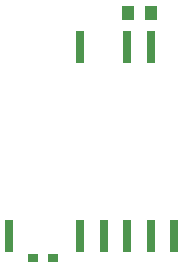
<source format=gbr>
G04 DipTrace 3.0.0.2*
G04 TopPaste.gbr*
%MOIN*%
G04 #@! TF.FileFunction,Paste,Top*
G04 #@! TF.Part,Single*
%ADD32R,0.04315X0.051024*%
%ADD34R,0.031339X0.110079*%
%ADD36R,0.035276X0.031339*%
%FSLAX26Y26*%
G04*
G70*
G90*
G75*
G01*
G04 TopPaste*
%LPD*%
D36*
X511016Y438386D3*
X577945D3*
D34*
X904016Y510134D3*
X825276D3*
X746535D3*
X667795D3*
X431575D3*
X982756D3*
X904016Y1140055D3*
X825276D3*
X667795D3*
D32*
X904016Y1253134D3*
X829213D3*
M02*

</source>
